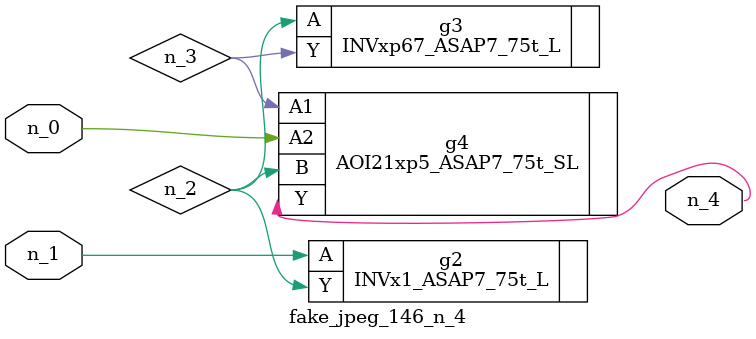
<source format=v>
module fake_jpeg_146_n_4 (n_0, n_1, n_4);

input n_0;
input n_1;

output n_4;

wire n_3;
wire n_2;

INVx1_ASAP7_75t_L g2 ( 
.A(n_1),
.Y(n_2)
);

INVxp67_ASAP7_75t_L g3 ( 
.A(n_2),
.Y(n_3)
);

AOI21xp5_ASAP7_75t_SL g4 ( 
.A1(n_3),
.A2(n_0),
.B(n_2),
.Y(n_4)
);


endmodule
</source>
